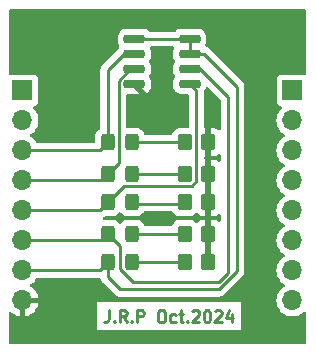
<source format=gtl>
%TF.GenerationSoftware,KiCad,Pcbnew,7.0.8*%
%TF.CreationDate,2024-10-03T16:47:23-07:00*%
%TF.ProjectId,lab6PCB,6c616236-5043-4422-9e6b-696361645f70,v01*%
%TF.SameCoordinates,Original*%
%TF.FileFunction,Copper,L1,Top*%
%TF.FilePolarity,Positive*%
%FSLAX46Y46*%
G04 Gerber Fmt 4.6, Leading zero omitted, Abs format (unit mm)*
G04 Created by KiCad (PCBNEW 7.0.8) date 2024-10-03 16:47:23*
%MOMM*%
%LPD*%
G01*
G04 APERTURE LIST*
G04 Aperture macros list*
%AMRoundRect*
0 Rectangle with rounded corners*
0 $1 Rounding radius*
0 $2 $3 $4 $5 $6 $7 $8 $9 X,Y pos of 4 corners*
0 Add a 4 corners polygon primitive as box body*
4,1,4,$2,$3,$4,$5,$6,$7,$8,$9,$2,$3,0*
0 Add four circle primitives for the rounded corners*
1,1,$1+$1,$2,$3*
1,1,$1+$1,$4,$5*
1,1,$1+$1,$6,$7*
1,1,$1+$1,$8,$9*
0 Add four rect primitives between the rounded corners*
20,1,$1+$1,$2,$3,$4,$5,0*
20,1,$1+$1,$4,$5,$6,$7,0*
20,1,$1+$1,$6,$7,$8,$9,0*
20,1,$1+$1,$8,$9,$2,$3,0*%
G04 Aperture macros list end*
%ADD10C,0.250000*%
%TA.AperFunction,NonConductor*%
%ADD11C,0.250000*%
%TD*%
%TA.AperFunction,SMDPad,CuDef*%
%ADD12RoundRect,0.180000X-0.710000X-0.180000X0.710000X-0.180000X0.710000X0.180000X-0.710000X0.180000X0*%
%TD*%
%TA.AperFunction,SMDPad,CuDef*%
%ADD13RoundRect,0.250000X-0.350000X-0.450000X0.350000X-0.450000X0.350000X0.450000X-0.350000X0.450000X0*%
%TD*%
%TA.AperFunction,ComponentPad*%
%ADD14R,1.700000X1.700000*%
%TD*%
%TA.AperFunction,ComponentPad*%
%ADD15O,1.700000X1.700000*%
%TD*%
%TA.AperFunction,SMDPad,CuDef*%
%ADD16RoundRect,0.250000X0.325000X0.450000X-0.325000X0.450000X-0.325000X-0.450000X0.325000X-0.450000X0*%
%TD*%
%TA.AperFunction,ViaPad*%
%ADD17C,0.800000*%
%TD*%
%TA.AperFunction,Conductor*%
%ADD18C,0.250000*%
%TD*%
G04 APERTURE END LIST*
D10*
D11*
X146738282Y-146819619D02*
X146738282Y-147533904D01*
X146738282Y-147533904D02*
X146690663Y-147676761D01*
X146690663Y-147676761D02*
X146595425Y-147772000D01*
X146595425Y-147772000D02*
X146452568Y-147819619D01*
X146452568Y-147819619D02*
X146357330Y-147819619D01*
X147214473Y-147724380D02*
X147262092Y-147772000D01*
X147262092Y-147772000D02*
X147214473Y-147819619D01*
X147214473Y-147819619D02*
X147166854Y-147772000D01*
X147166854Y-147772000D02*
X147214473Y-147724380D01*
X147214473Y-147724380D02*
X147214473Y-147819619D01*
X148262091Y-147819619D02*
X147928758Y-147343428D01*
X147690663Y-147819619D02*
X147690663Y-146819619D01*
X147690663Y-146819619D02*
X148071615Y-146819619D01*
X148071615Y-146819619D02*
X148166853Y-146867238D01*
X148166853Y-146867238D02*
X148214472Y-146914857D01*
X148214472Y-146914857D02*
X148262091Y-147010095D01*
X148262091Y-147010095D02*
X148262091Y-147152952D01*
X148262091Y-147152952D02*
X148214472Y-147248190D01*
X148214472Y-147248190D02*
X148166853Y-147295809D01*
X148166853Y-147295809D02*
X148071615Y-147343428D01*
X148071615Y-147343428D02*
X147690663Y-147343428D01*
X148690663Y-147724380D02*
X148738282Y-147772000D01*
X148738282Y-147772000D02*
X148690663Y-147819619D01*
X148690663Y-147819619D02*
X148643044Y-147772000D01*
X148643044Y-147772000D02*
X148690663Y-147724380D01*
X148690663Y-147724380D02*
X148690663Y-147819619D01*
X149166853Y-147819619D02*
X149166853Y-146819619D01*
X149166853Y-146819619D02*
X149547805Y-146819619D01*
X149547805Y-146819619D02*
X149643043Y-146867238D01*
X149643043Y-146867238D02*
X149690662Y-146914857D01*
X149690662Y-146914857D02*
X149738281Y-147010095D01*
X149738281Y-147010095D02*
X149738281Y-147152952D01*
X149738281Y-147152952D02*
X149690662Y-147248190D01*
X149690662Y-147248190D02*
X149643043Y-147295809D01*
X149643043Y-147295809D02*
X149547805Y-147343428D01*
X149547805Y-147343428D02*
X149166853Y-147343428D01*
X151119234Y-146819619D02*
X151309710Y-146819619D01*
X151309710Y-146819619D02*
X151404948Y-146867238D01*
X151404948Y-146867238D02*
X151500186Y-146962476D01*
X151500186Y-146962476D02*
X151547805Y-147152952D01*
X151547805Y-147152952D02*
X151547805Y-147486285D01*
X151547805Y-147486285D02*
X151500186Y-147676761D01*
X151500186Y-147676761D02*
X151404948Y-147772000D01*
X151404948Y-147772000D02*
X151309710Y-147819619D01*
X151309710Y-147819619D02*
X151119234Y-147819619D01*
X151119234Y-147819619D02*
X151023996Y-147772000D01*
X151023996Y-147772000D02*
X150928758Y-147676761D01*
X150928758Y-147676761D02*
X150881139Y-147486285D01*
X150881139Y-147486285D02*
X150881139Y-147152952D01*
X150881139Y-147152952D02*
X150928758Y-146962476D01*
X150928758Y-146962476D02*
X151023996Y-146867238D01*
X151023996Y-146867238D02*
X151119234Y-146819619D01*
X152404948Y-147772000D02*
X152309710Y-147819619D01*
X152309710Y-147819619D02*
X152119234Y-147819619D01*
X152119234Y-147819619D02*
X152023996Y-147772000D01*
X152023996Y-147772000D02*
X151976377Y-147724380D01*
X151976377Y-147724380D02*
X151928758Y-147629142D01*
X151928758Y-147629142D02*
X151928758Y-147343428D01*
X151928758Y-147343428D02*
X151976377Y-147248190D01*
X151976377Y-147248190D02*
X152023996Y-147200571D01*
X152023996Y-147200571D02*
X152119234Y-147152952D01*
X152119234Y-147152952D02*
X152309710Y-147152952D01*
X152309710Y-147152952D02*
X152404948Y-147200571D01*
X152690663Y-147152952D02*
X153071615Y-147152952D01*
X152833520Y-146819619D02*
X152833520Y-147676761D01*
X152833520Y-147676761D02*
X152881139Y-147772000D01*
X152881139Y-147772000D02*
X152976377Y-147819619D01*
X152976377Y-147819619D02*
X153071615Y-147819619D01*
X153404949Y-147724380D02*
X153452568Y-147772000D01*
X153452568Y-147772000D02*
X153404949Y-147819619D01*
X153404949Y-147819619D02*
X153357330Y-147772000D01*
X153357330Y-147772000D02*
X153404949Y-147724380D01*
X153404949Y-147724380D02*
X153404949Y-147819619D01*
X153833520Y-146914857D02*
X153881139Y-146867238D01*
X153881139Y-146867238D02*
X153976377Y-146819619D01*
X153976377Y-146819619D02*
X154214472Y-146819619D01*
X154214472Y-146819619D02*
X154309710Y-146867238D01*
X154309710Y-146867238D02*
X154357329Y-146914857D01*
X154357329Y-146914857D02*
X154404948Y-147010095D01*
X154404948Y-147010095D02*
X154404948Y-147105333D01*
X154404948Y-147105333D02*
X154357329Y-147248190D01*
X154357329Y-147248190D02*
X153785901Y-147819619D01*
X153785901Y-147819619D02*
X154404948Y-147819619D01*
X155023996Y-146819619D02*
X155119234Y-146819619D01*
X155119234Y-146819619D02*
X155214472Y-146867238D01*
X155214472Y-146867238D02*
X155262091Y-146914857D01*
X155262091Y-146914857D02*
X155309710Y-147010095D01*
X155309710Y-147010095D02*
X155357329Y-147200571D01*
X155357329Y-147200571D02*
X155357329Y-147438666D01*
X155357329Y-147438666D02*
X155309710Y-147629142D01*
X155309710Y-147629142D02*
X155262091Y-147724380D01*
X155262091Y-147724380D02*
X155214472Y-147772000D01*
X155214472Y-147772000D02*
X155119234Y-147819619D01*
X155119234Y-147819619D02*
X155023996Y-147819619D01*
X155023996Y-147819619D02*
X154928758Y-147772000D01*
X154928758Y-147772000D02*
X154881139Y-147724380D01*
X154881139Y-147724380D02*
X154833520Y-147629142D01*
X154833520Y-147629142D02*
X154785901Y-147438666D01*
X154785901Y-147438666D02*
X154785901Y-147200571D01*
X154785901Y-147200571D02*
X154833520Y-147010095D01*
X154833520Y-147010095D02*
X154881139Y-146914857D01*
X154881139Y-146914857D02*
X154928758Y-146867238D01*
X154928758Y-146867238D02*
X155023996Y-146819619D01*
X155738282Y-146914857D02*
X155785901Y-146867238D01*
X155785901Y-146867238D02*
X155881139Y-146819619D01*
X155881139Y-146819619D02*
X156119234Y-146819619D01*
X156119234Y-146819619D02*
X156214472Y-146867238D01*
X156214472Y-146867238D02*
X156262091Y-146914857D01*
X156262091Y-146914857D02*
X156309710Y-147010095D01*
X156309710Y-147010095D02*
X156309710Y-147105333D01*
X156309710Y-147105333D02*
X156262091Y-147248190D01*
X156262091Y-147248190D02*
X155690663Y-147819619D01*
X155690663Y-147819619D02*
X156309710Y-147819619D01*
X157166853Y-147152952D02*
X157166853Y-147819619D01*
X156928758Y-146772000D02*
X156690663Y-147486285D01*
X156690663Y-147486285D02*
X157309710Y-147486285D01*
D12*
%TO.P,U1,1,VDDD*%
%TO.N,+3.3V*%
X148917000Y-123849500D03*
%TO.P,U1,2,CE*%
%TO.N,/CS*%
X148917000Y-125119500D03*
%TO.P,U1,3,SCLK*%
%TO.N,/SCLK*%
X148917000Y-126389500D03*
%TO.P,U1,4,GND*%
%TO.N,GND*%
X148917000Y-127659500D03*
%TO.P,U1,5,SDO*%
%TO.N,/CIPO*%
X153597000Y-127659500D03*
%TO.P,U1,6,SDI*%
%TO.N,/COPI*%
X153597000Y-126389500D03*
%TO.P,U1,7,SERMODE*%
%TO.N,+3.3V*%
X153597000Y-125119500D03*
%TO.P,U1,8,VDDA*%
X153597000Y-123849500D03*
%TD*%
D13*
%TO.P,R5,2*%
%TO.N,GND*%
X155178000Y-137668000D03*
%TO.P,R5,1*%
%TO.N,Net-(D5-K)*%
X153178000Y-137668000D03*
%TD*%
%TO.P,R4,1*%
%TO.N,Net-(D4-K)*%
X153178000Y-140335000D03*
%TO.P,R4,2*%
%TO.N,GND*%
X155178000Y-140335000D03*
%TD*%
%TO.P,R3,1*%
%TO.N,Net-(D3-K)*%
X153178000Y-132588000D03*
%TO.P,R3,2*%
%TO.N,GND*%
X155178000Y-132588000D03*
%TD*%
%TO.P,R2,2*%
%TO.N,GND*%
X155178000Y-135255000D03*
%TO.P,R2,1*%
%TO.N,Net-(D2-K)*%
X153178000Y-135255000D03*
%TD*%
%TO.P,R1,2*%
%TO.N,GND*%
X155178000Y-142748000D03*
%TO.P,R1,1*%
%TO.N,Net-(D1-K)*%
X153178000Y-142748000D03*
%TD*%
D14*
%TO.P,J2,1,Pin_1*%
%TO.N,unconnected-(J2-Pin_1-Pad1)*%
X162306000Y-128209000D03*
D15*
%TO.P,J2,2,Pin_2*%
%TO.N,unconnected-(J2-Pin_2-Pad2)*%
X162306000Y-130749000D03*
%TO.P,J2,3,Pin_3*%
%TO.N,unconnected-(J2-Pin_3-Pad3)*%
X162306000Y-133289000D03*
%TO.P,J2,4,Pin_4*%
%TO.N,unconnected-(J2-Pin_4-Pad4)*%
X162306000Y-135829000D03*
%TO.P,J2,5,Pin_5*%
%TO.N,unconnected-(J2-Pin_5-Pad5)*%
X162306000Y-138369000D03*
%TO.P,J2,6,Pin_6*%
%TO.N,unconnected-(J2-Pin_6-Pad6)*%
X162306000Y-140909000D03*
%TO.P,J2,7,Pin_7*%
%TO.N,unconnected-(J2-Pin_7-Pad7)*%
X162306000Y-143449000D03*
%TO.P,J2,8,Pin_8*%
%TO.N,unconnected-(J2-Pin_8-Pad8)*%
X162306000Y-145989000D03*
%TD*%
D14*
%TO.P,J1,1,Pin_1*%
%TO.N,unconnected-(J1-Pin_1-Pad1)*%
X139446000Y-128209000D03*
D15*
%TO.P,J1,2,Pin_2*%
%TO.N,unconnected-(J1-Pin_2-Pad2)*%
X139446000Y-130749000D03*
%TO.P,J1,3,Pin_3*%
%TO.N,/CS*%
X139446000Y-133289000D03*
%TO.P,J1,4,Pin_4*%
%TO.N,/SCLK*%
X139446000Y-135829000D03*
%TO.P,J1,5,Pin_5*%
%TO.N,/CIPO*%
X139446000Y-138369000D03*
%TO.P,J1,6,Pin_6*%
%TO.N,/COPI*%
X139446000Y-140909000D03*
%TO.P,J1,7,Pin_7*%
%TO.N,+3.3V*%
X139446000Y-143449000D03*
%TO.P,J1,8,Pin_8*%
%TO.N,GND*%
X139446000Y-145989000D03*
%TD*%
D16*
%TO.P,D5,2,A*%
%TO.N,/CIPO*%
X146676000Y-137668000D03*
%TO.P,D5,1,K*%
%TO.N,Net-(D5-K)*%
X148726000Y-137668000D03*
%TD*%
%TO.P,D4,2,A*%
%TO.N,/COPI*%
X146676000Y-140335000D03*
%TO.P,D4,1,K*%
%TO.N,Net-(D4-K)*%
X148726000Y-140335000D03*
%TD*%
%TO.P,D3,2,A*%
%TO.N,/CS*%
X146676000Y-132588000D03*
%TO.P,D3,1,K*%
%TO.N,Net-(D3-K)*%
X148726000Y-132588000D03*
%TD*%
%TO.P,D2,2,A*%
%TO.N,/SCLK*%
X146676000Y-135255000D03*
%TO.P,D2,1,K*%
%TO.N,Net-(D2-K)*%
X148726000Y-135255000D03*
%TD*%
%TO.P,D1,1,K*%
%TO.N,Net-(D1-K)*%
X148726000Y-142748000D03*
%TO.P,D1,2,A*%
%TO.N,+3.3V*%
X146676000Y-142748000D03*
%TD*%
D17*
%TO.N,GND*%
X151384000Y-129921000D03*
X155575000Y-129921000D03*
%TD*%
D18*
%TO.N,GND*%
X151178500Y-129921000D02*
X151384000Y-129921000D01*
X148917000Y-127659500D02*
X151178500Y-129921000D01*
X155178000Y-130318000D02*
X155575000Y-129921000D01*
X155178000Y-132588000D02*
X155178000Y-130318000D01*
X155178000Y-135255000D02*
X155178000Y-132588000D01*
X155178000Y-137668000D02*
X155178000Y-135255000D01*
X155178000Y-137668000D02*
X155178000Y-140335000D01*
X155178000Y-142748000D02*
X155178000Y-140335000D01*
%TO.N,+3.3V*%
X157607000Y-127889000D02*
X157607000Y-143511396D01*
X157607000Y-143511396D02*
X156084396Y-145034000D01*
X156084396Y-145034000D02*
X147699604Y-145034000D01*
%TO.N,/COPI*%
X147701000Y-141360000D02*
X147701000Y-143311174D01*
X147701000Y-143311174D02*
X148788826Y-144399000D01*
X148788826Y-144399000D02*
X156083000Y-144399000D01*
%TO.N,+3.3V*%
X146676000Y-142748000D02*
X146676000Y-144010396D01*
X146676000Y-144010396D02*
X147699604Y-145034000D01*
X154837500Y-125119500D02*
X153597000Y-125119500D01*
X157607000Y-127889000D02*
X154837500Y-125119500D01*
%TO.N,/COPI*%
X156845000Y-143637000D02*
X156845000Y-128747500D01*
X156083000Y-144399000D02*
X156845000Y-143637000D01*
X146676000Y-140335000D02*
X147701000Y-141360000D01*
X156845000Y-128747500D02*
X154487000Y-126389500D01*
X154487000Y-126389500D02*
X153597000Y-126389500D01*
%TO.N,/CIPO*%
X146676000Y-137668000D02*
X148064000Y-136280000D01*
X153766174Y-136280000D02*
X154178000Y-135868174D01*
X148064000Y-136280000D02*
X153766174Y-136280000D01*
X154178000Y-135868174D02*
X154178000Y-128240500D01*
X154178000Y-128240500D02*
X153597000Y-127659500D01*
%TO.N,GND*%
X155178000Y-135255000D02*
X155201000Y-135232000D01*
%TO.N,/SCLK*%
X146676000Y-135255000D02*
X147576000Y-134355000D01*
X147576000Y-134355000D02*
X147576000Y-127396322D01*
X148582822Y-126389500D02*
X148917000Y-126389500D01*
X147576000Y-127396322D02*
X148582822Y-126389500D01*
%TO.N,/CS*%
X146676000Y-132588000D02*
X146676000Y-126470500D01*
X146676000Y-126470500D02*
X148027000Y-125119500D01*
X148027000Y-125119500D02*
X148917000Y-125119500D01*
%TO.N,+3.3V*%
X148917000Y-123849500D02*
X153597000Y-123849500D01*
X153597000Y-125119500D02*
X153597000Y-123849500D01*
X139446000Y-143449000D02*
X145975000Y-143449000D01*
X145975000Y-143449000D02*
X146676000Y-142748000D01*
%TO.N,/COPI*%
X139446000Y-140909000D02*
X146102000Y-140909000D01*
X146102000Y-140909000D02*
X146676000Y-140335000D01*
%TO.N,/CIPO*%
X139446000Y-138369000D02*
X145975000Y-138369000D01*
X145975000Y-138369000D02*
X146676000Y-137668000D01*
%TO.N,/SCLK*%
X139446000Y-135829000D02*
X146102000Y-135829000D01*
X146102000Y-135829000D02*
X146676000Y-135255000D01*
%TO.N,/CS*%
X139446000Y-133289000D02*
X145975000Y-133289000D01*
X145975000Y-133289000D02*
X146676000Y-132588000D01*
%TO.N,GND*%
X155201000Y-140312000D02*
X155178000Y-140335000D01*
X155178000Y-137772000D02*
X155201000Y-137795000D01*
%TO.N,Net-(D1-K)*%
X153178000Y-142748000D02*
X148726000Y-142748000D01*
%TO.N,Net-(D4-K)*%
X153178000Y-140335000D02*
X148726000Y-140335000D01*
%TO.N,Net-(D5-K)*%
X153201000Y-137795000D02*
X148726000Y-137795000D01*
%TO.N,Net-(D2-K)*%
X153178000Y-135255000D02*
X148726000Y-135255000D01*
%TO.N,Net-(D3-K)*%
X153201000Y-132588000D02*
X148726000Y-132588000D01*
%TD*%
%TA.AperFunction,Conductor*%
%TO.N,GND*%
G36*
X163391539Y-121356185D02*
G01*
X163437294Y-121408989D01*
X163448500Y-121460500D01*
X163448500Y-126755322D01*
X163428815Y-126822361D01*
X163376011Y-126868116D01*
X163306853Y-126878060D01*
X163281169Y-126871505D01*
X163263481Y-126864908D01*
X163263483Y-126864908D01*
X163203883Y-126858501D01*
X163203881Y-126858500D01*
X163203873Y-126858500D01*
X163203864Y-126858500D01*
X161408129Y-126858500D01*
X161408123Y-126858501D01*
X161348516Y-126864908D01*
X161213671Y-126915202D01*
X161213664Y-126915206D01*
X161098455Y-127001452D01*
X161098452Y-127001455D01*
X161012206Y-127116664D01*
X161012202Y-127116671D01*
X160961908Y-127251517D01*
X160955501Y-127311116D01*
X160955501Y-127311123D01*
X160955500Y-127311135D01*
X160955500Y-129106870D01*
X160955501Y-129106876D01*
X160961908Y-129166483D01*
X161012202Y-129301328D01*
X161012206Y-129301335D01*
X161098452Y-129416544D01*
X161098455Y-129416547D01*
X161213664Y-129502793D01*
X161213671Y-129502797D01*
X161345081Y-129551810D01*
X161401015Y-129593681D01*
X161425432Y-129659145D01*
X161410580Y-129727418D01*
X161389430Y-129755673D01*
X161267503Y-129877600D01*
X161131965Y-130071169D01*
X161131964Y-130071171D01*
X161032098Y-130285335D01*
X161032094Y-130285344D01*
X160970938Y-130513586D01*
X160970936Y-130513596D01*
X160950341Y-130748999D01*
X160950341Y-130749000D01*
X160970936Y-130984403D01*
X160970938Y-130984413D01*
X161032094Y-131212655D01*
X161032096Y-131212659D01*
X161032097Y-131212663D01*
X161108400Y-131376294D01*
X161131965Y-131426830D01*
X161131967Y-131426834D01*
X161267501Y-131620395D01*
X161267506Y-131620402D01*
X161434597Y-131787493D01*
X161434603Y-131787498D01*
X161620158Y-131917425D01*
X161663783Y-131972002D01*
X161670977Y-132041500D01*
X161639454Y-132103855D01*
X161620158Y-132120575D01*
X161434597Y-132250505D01*
X161267505Y-132417597D01*
X161131965Y-132611169D01*
X161131964Y-132611171D01*
X161032098Y-132825335D01*
X161032094Y-132825344D01*
X160970938Y-133053586D01*
X160970936Y-133053596D01*
X160950341Y-133288999D01*
X160950341Y-133289000D01*
X160970936Y-133524403D01*
X160970938Y-133524413D01*
X161032094Y-133752655D01*
X161032096Y-133752659D01*
X161032097Y-133752663D01*
X161131965Y-133966830D01*
X161131967Y-133966834D01*
X161201050Y-134065494D01*
X161267501Y-134160396D01*
X161267506Y-134160402D01*
X161434597Y-134327493D01*
X161434603Y-134327498D01*
X161620158Y-134457425D01*
X161663783Y-134512002D01*
X161670977Y-134581500D01*
X161639454Y-134643855D01*
X161620158Y-134660575D01*
X161434597Y-134790505D01*
X161267505Y-134957597D01*
X161131965Y-135151169D01*
X161131964Y-135151171D01*
X161032098Y-135365335D01*
X161032094Y-135365344D01*
X160970938Y-135593586D01*
X160970936Y-135593596D01*
X160950341Y-135828999D01*
X160950341Y-135829000D01*
X160970936Y-136064403D01*
X160970938Y-136064413D01*
X161032094Y-136292655D01*
X161032096Y-136292659D01*
X161032097Y-136292663D01*
X161063168Y-136359295D01*
X161131965Y-136506830D01*
X161131967Y-136506834D01*
X161223222Y-136637158D01*
X161267501Y-136700396D01*
X161267506Y-136700402D01*
X161434597Y-136867493D01*
X161434603Y-136867498D01*
X161620158Y-136997425D01*
X161663783Y-137052002D01*
X161670977Y-137121500D01*
X161639454Y-137183855D01*
X161620158Y-137200575D01*
X161434597Y-137330505D01*
X161267505Y-137497597D01*
X161131965Y-137691169D01*
X161131964Y-137691171D01*
X161032098Y-137905335D01*
X161032094Y-137905344D01*
X160970938Y-138133586D01*
X160970936Y-138133596D01*
X160950341Y-138368999D01*
X160950341Y-138369000D01*
X160970936Y-138604403D01*
X160970938Y-138604413D01*
X161032094Y-138832655D01*
X161032096Y-138832659D01*
X161032097Y-138832663D01*
X161131965Y-139046830D01*
X161131967Y-139046834D01*
X161201050Y-139145494D01*
X161267501Y-139240396D01*
X161267506Y-139240402D01*
X161434597Y-139407493D01*
X161434603Y-139407498D01*
X161620158Y-139537425D01*
X161663783Y-139592002D01*
X161670977Y-139661500D01*
X161639454Y-139723855D01*
X161620158Y-139740575D01*
X161434597Y-139870505D01*
X161267505Y-140037597D01*
X161131965Y-140231169D01*
X161131964Y-140231171D01*
X161032098Y-140445335D01*
X161032094Y-140445344D01*
X160970938Y-140673586D01*
X160970936Y-140673596D01*
X160950341Y-140908999D01*
X160950341Y-140909000D01*
X160970936Y-141144403D01*
X160970938Y-141144413D01*
X161032094Y-141372655D01*
X161032096Y-141372659D01*
X161032097Y-141372663D01*
X161085837Y-141487909D01*
X161131965Y-141586830D01*
X161131967Y-141586834D01*
X161223222Y-141717158D01*
X161267501Y-141780396D01*
X161267506Y-141780402D01*
X161434597Y-141947493D01*
X161434603Y-141947498D01*
X161620158Y-142077425D01*
X161663783Y-142132002D01*
X161670977Y-142201500D01*
X161639454Y-142263855D01*
X161620158Y-142280575D01*
X161434597Y-142410505D01*
X161267505Y-142577597D01*
X161131965Y-142771169D01*
X161131964Y-142771171D01*
X161032098Y-142985335D01*
X161032094Y-142985344D01*
X160970938Y-143213586D01*
X160970936Y-143213596D01*
X160950341Y-143448999D01*
X160950341Y-143449000D01*
X160970936Y-143684403D01*
X160970938Y-143684413D01*
X161032094Y-143912655D01*
X161032096Y-143912659D01*
X161032097Y-143912663D01*
X161073934Y-144002382D01*
X161131965Y-144126830D01*
X161131967Y-144126834D01*
X161225761Y-144260784D01*
X161267501Y-144320396D01*
X161267506Y-144320402D01*
X161434597Y-144487493D01*
X161434603Y-144487498D01*
X161620158Y-144617425D01*
X161663783Y-144672002D01*
X161670977Y-144741500D01*
X161639454Y-144803855D01*
X161620158Y-144820575D01*
X161434597Y-144950505D01*
X161267505Y-145117597D01*
X161131965Y-145311169D01*
X161131964Y-145311171D01*
X161032098Y-145525335D01*
X161032094Y-145525344D01*
X160970938Y-145753586D01*
X160970936Y-145753596D01*
X160950341Y-145988999D01*
X160950341Y-145989000D01*
X160970936Y-146224403D01*
X160970938Y-146224413D01*
X161032094Y-146452655D01*
X161032096Y-146452659D01*
X161032097Y-146452663D01*
X161131847Y-146666578D01*
X161131965Y-146666830D01*
X161131967Y-146666834D01*
X161240281Y-146821521D01*
X161267505Y-146860401D01*
X161434599Y-147027495D01*
X161473952Y-147055050D01*
X161628165Y-147163032D01*
X161628167Y-147163033D01*
X161628170Y-147163035D01*
X161842337Y-147262903D01*
X162070592Y-147324063D01*
X162258918Y-147340539D01*
X162305999Y-147344659D01*
X162306000Y-147344659D01*
X162306001Y-147344659D01*
X162345234Y-147341226D01*
X162541408Y-147324063D01*
X162769663Y-147262903D01*
X162983830Y-147163035D01*
X163177401Y-147027495D01*
X163236819Y-146968077D01*
X163298142Y-146934592D01*
X163367834Y-146939576D01*
X163423767Y-146981448D01*
X163448184Y-147046912D01*
X163448500Y-147055758D01*
X163448500Y-149557500D01*
X163428815Y-149624539D01*
X163376011Y-149670294D01*
X163324500Y-149681500D01*
X138427500Y-149681500D01*
X138360461Y-149661815D01*
X138314706Y-149609011D01*
X138303500Y-149557500D01*
X138303500Y-147055050D01*
X138323185Y-146988011D01*
X138375989Y-146942256D01*
X138445147Y-146932312D01*
X138508703Y-146961337D01*
X138515181Y-146967369D01*
X138574917Y-147027105D01*
X138768421Y-147162600D01*
X138982507Y-147262429D01*
X138982516Y-147262433D01*
X139196000Y-147319634D01*
X139196000Y-146424501D01*
X139303685Y-146473680D01*
X139410237Y-146489000D01*
X139481763Y-146489000D01*
X139588315Y-146473680D01*
X139696000Y-146424501D01*
X139696000Y-147319633D01*
X139909483Y-147262433D01*
X139909492Y-147262429D01*
X140123578Y-147162600D01*
X140317082Y-147027105D01*
X140484105Y-146860082D01*
X140619600Y-146666578D01*
X140719429Y-146452492D01*
X140719432Y-146452486D01*
X140776636Y-146239000D01*
X139879686Y-146239000D01*
X139905493Y-146198844D01*
X139921801Y-146143304D01*
X145727879Y-146143304D01*
X145727879Y-148450311D01*
X157939161Y-148450311D01*
X157939161Y-146143304D01*
X145727879Y-146143304D01*
X139921801Y-146143304D01*
X139946000Y-146060889D01*
X139946000Y-145917111D01*
X139905493Y-145779156D01*
X139879686Y-145739000D01*
X140776636Y-145739000D01*
X140776635Y-145738999D01*
X140719432Y-145525513D01*
X140719429Y-145525507D01*
X140619600Y-145311422D01*
X140619599Y-145311420D01*
X140484113Y-145117926D01*
X140484108Y-145117920D01*
X140317078Y-144950890D01*
X140131405Y-144820879D01*
X140087780Y-144766302D01*
X140080588Y-144696804D01*
X140112110Y-144634449D01*
X140131406Y-144617730D01*
X140277037Y-144515758D01*
X140317401Y-144487495D01*
X140484495Y-144320401D01*
X140619652Y-144127377D01*
X140674229Y-144083752D01*
X140721227Y-144074500D01*
X145892257Y-144074500D01*
X145907877Y-144076224D01*
X145907904Y-144075939D01*
X145915662Y-144076672D01*
X145915662Y-144076671D01*
X145915667Y-144076673D01*
X145941790Y-144075852D01*
X146009412Y-144093418D01*
X146056804Y-144144758D01*
X146062444Y-144159944D01*
X146062465Y-144159936D01*
X146082490Y-144210515D01*
X146084382Y-144216043D01*
X146097381Y-144260784D01*
X146107580Y-144278030D01*
X146116138Y-144295499D01*
X146123514Y-144314128D01*
X146150898Y-144351819D01*
X146154106Y-144356703D01*
X146177827Y-144396812D01*
X146177833Y-144396820D01*
X146191990Y-144410976D01*
X146204628Y-144425772D01*
X146216405Y-144441982D01*
X146216406Y-144441983D01*
X146252309Y-144471684D01*
X146256620Y-144475606D01*
X146731515Y-144950501D01*
X147198798Y-145417784D01*
X147208623Y-145430048D01*
X147208844Y-145429866D01*
X147213814Y-145435873D01*
X147213817Y-145435876D01*
X147213818Y-145435877D01*
X147264255Y-145483241D01*
X147285134Y-145504120D01*
X147290608Y-145508366D01*
X147295046Y-145512156D01*
X147329022Y-145544062D01*
X147329026Y-145544064D01*
X147346577Y-145553713D01*
X147362835Y-145564392D01*
X147378668Y-145576674D01*
X147400619Y-145586172D01*
X147421441Y-145595183D01*
X147426685Y-145597752D01*
X147467512Y-145620197D01*
X147486916Y-145625179D01*
X147505314Y-145631478D01*
X147523709Y-145639438D01*
X147569733Y-145646726D01*
X147575436Y-145647907D01*
X147620585Y-145659500D01*
X147640620Y-145659500D01*
X147660017Y-145661026D01*
X147679800Y-145664160D01*
X147726188Y-145659775D01*
X147732026Y-145659500D01*
X156001653Y-145659500D01*
X156017273Y-145661224D01*
X156017300Y-145660939D01*
X156025056Y-145661671D01*
X156025063Y-145661673D01*
X156094210Y-145659500D01*
X156123746Y-145659500D01*
X156130624Y-145658630D01*
X156136437Y-145658172D01*
X156183023Y-145656709D01*
X156202265Y-145651117D01*
X156221308Y-145647174D01*
X156241188Y-145644664D01*
X156284518Y-145627507D01*
X156290042Y-145625617D01*
X156293792Y-145624527D01*
X156334786Y-145612618D01*
X156352025Y-145602422D01*
X156369499Y-145593862D01*
X156388123Y-145586488D01*
X156388123Y-145586487D01*
X156388128Y-145586486D01*
X156425845Y-145559082D01*
X156430701Y-145555892D01*
X156470816Y-145532170D01*
X156484985Y-145517999D01*
X156499775Y-145505368D01*
X156515983Y-145493594D01*
X156545695Y-145457676D01*
X156549608Y-145453376D01*
X157990787Y-144012198D01*
X158003042Y-144002382D01*
X158002859Y-144002160D01*
X158008866Y-143997188D01*
X158008877Y-143997182D01*
X158039775Y-143964278D01*
X158056227Y-143946760D01*
X158066671Y-143936314D01*
X158077120Y-143925867D01*
X158081379Y-143920374D01*
X158085152Y-143915957D01*
X158117062Y-143881978D01*
X158126713Y-143864420D01*
X158137396Y-143848157D01*
X158149673Y-143832332D01*
X158168185Y-143789549D01*
X158170738Y-143784337D01*
X158193197Y-143743488D01*
X158198180Y-143724076D01*
X158204481Y-143705676D01*
X158212437Y-143687292D01*
X158219729Y-143641248D01*
X158220906Y-143635567D01*
X158232500Y-143590415D01*
X158232500Y-143570379D01*
X158234027Y-143550978D01*
X158237160Y-143531200D01*
X158232775Y-143484811D01*
X158232500Y-143478973D01*
X158232500Y-127971737D01*
X158234224Y-127956123D01*
X158233938Y-127956096D01*
X158234672Y-127948333D01*
X158232500Y-127879202D01*
X158232500Y-127849651D01*
X158232500Y-127849650D01*
X158231629Y-127842759D01*
X158231172Y-127836945D01*
X158229709Y-127790374D01*
X158229709Y-127790372D01*
X158224120Y-127771137D01*
X158220174Y-127752084D01*
X158217664Y-127732208D01*
X158200501Y-127688859D01*
X158198614Y-127683346D01*
X158190498Y-127655412D01*
X158185617Y-127638610D01*
X158175421Y-127621369D01*
X158166860Y-127603893D01*
X158159486Y-127585269D01*
X158159486Y-127585267D01*
X158149474Y-127571488D01*
X158132083Y-127547550D01*
X158128900Y-127542705D01*
X158105170Y-127502579D01*
X158105165Y-127502573D01*
X158091005Y-127488413D01*
X158078370Y-127473620D01*
X158066593Y-127457412D01*
X158030693Y-127427713D01*
X158026381Y-127423790D01*
X155338303Y-124735712D01*
X155328480Y-124723450D01*
X155328259Y-124723634D01*
X155323286Y-124717623D01*
X155316785Y-124711518D01*
X155272864Y-124670273D01*
X155260751Y-124658160D01*
X155251975Y-124649383D01*
X155246486Y-124645125D01*
X155242061Y-124641347D01*
X155208082Y-124609438D01*
X155208080Y-124609436D01*
X155208077Y-124609435D01*
X155190529Y-124599788D01*
X155174263Y-124589104D01*
X155158433Y-124576825D01*
X155115668Y-124558318D01*
X155110422Y-124555748D01*
X155069593Y-124533303D01*
X155069592Y-124533302D01*
X155050193Y-124528322D01*
X155031781Y-124522018D01*
X155013398Y-124514062D01*
X155013394Y-124514061D01*
X155009188Y-124513395D01*
X155006159Y-124511959D01*
X155005904Y-124511885D01*
X155005915Y-124511843D01*
X154946054Y-124483464D01*
X154909124Y-124424151D01*
X154910124Y-124354289D01*
X154922469Y-124326777D01*
X154932106Y-124310837D01*
X154981269Y-124153064D01*
X154987500Y-124084498D01*
X154987500Y-123614502D01*
X154981269Y-123545936D01*
X154932106Y-123388163D01*
X154932105Y-123388161D01*
X154846617Y-123246745D01*
X154846613Y-123246740D01*
X154729759Y-123129886D01*
X154729754Y-123129882D01*
X154588338Y-123044394D01*
X154535746Y-123028006D01*
X154430564Y-122995231D01*
X154361998Y-122989000D01*
X152832002Y-122989000D01*
X152763436Y-122995231D01*
X152710845Y-123011618D01*
X152605661Y-123044394D01*
X152464245Y-123129882D01*
X152464240Y-123129886D01*
X152406446Y-123187681D01*
X152345123Y-123221166D01*
X152318765Y-123224000D01*
X150195235Y-123224000D01*
X150128196Y-123204315D01*
X150107554Y-123187681D01*
X150049759Y-123129886D01*
X150049754Y-123129882D01*
X149908338Y-123044394D01*
X149855746Y-123028006D01*
X149750564Y-122995231D01*
X149681998Y-122989000D01*
X148152002Y-122989000D01*
X148083436Y-122995231D01*
X148030845Y-123011618D01*
X147925661Y-123044394D01*
X147784245Y-123129882D01*
X147784240Y-123129886D01*
X147667386Y-123246740D01*
X147667382Y-123246745D01*
X147581894Y-123388161D01*
X147549118Y-123493345D01*
X147532731Y-123545936D01*
X147526500Y-123614502D01*
X147526500Y-124084498D01*
X147532731Y-124153064D01*
X147565506Y-124258246D01*
X147581894Y-124310838D01*
X147648096Y-124420351D01*
X147665932Y-124487906D01*
X147648096Y-124548649D01*
X147581895Y-124658160D01*
X147581893Y-124658163D01*
X147581094Y-124660730D01*
X147579703Y-124663030D01*
X147578814Y-124665006D01*
X147578574Y-124664898D01*
X147550390Y-124711518D01*
X146292208Y-125969699D01*
X146279951Y-125979520D01*
X146280134Y-125979741D01*
X146274123Y-125984713D01*
X146226772Y-126035136D01*
X146205889Y-126056019D01*
X146205877Y-126056032D01*
X146201621Y-126061517D01*
X146197837Y-126065947D01*
X146165937Y-126099918D01*
X146165936Y-126099920D01*
X146156284Y-126117476D01*
X146145610Y-126133726D01*
X146133329Y-126149561D01*
X146133324Y-126149568D01*
X146114815Y-126192338D01*
X146112245Y-126197584D01*
X146089803Y-126238406D01*
X146084822Y-126257807D01*
X146078521Y-126276210D01*
X146070562Y-126294602D01*
X146070561Y-126294605D01*
X146063271Y-126340627D01*
X146062087Y-126346346D01*
X146050501Y-126391472D01*
X146050500Y-126391482D01*
X146050500Y-126411516D01*
X146048973Y-126430915D01*
X146045840Y-126450694D01*
X146045840Y-126450695D01*
X146050225Y-126497083D01*
X146050500Y-126502921D01*
X146050500Y-131372362D01*
X146030815Y-131439401D01*
X145991598Y-131477899D01*
X145923288Y-131520033D01*
X145882342Y-131545289D01*
X145758289Y-131669342D01*
X145666187Y-131818663D01*
X145666186Y-131818666D01*
X145611001Y-131985203D01*
X145611001Y-131985204D01*
X145611000Y-131985204D01*
X145600500Y-132087983D01*
X145600500Y-132087991D01*
X145600500Y-132344979D01*
X145600501Y-132539500D01*
X145580817Y-132606539D01*
X145528013Y-132652294D01*
X145476501Y-132663500D01*
X140721227Y-132663500D01*
X140654188Y-132643815D01*
X140619652Y-132610623D01*
X140484494Y-132417597D01*
X140317402Y-132250506D01*
X140317396Y-132250501D01*
X140131842Y-132120575D01*
X140088217Y-132065998D01*
X140081023Y-131996500D01*
X140112546Y-131934145D01*
X140131842Y-131917425D01*
X140170993Y-131890011D01*
X140317401Y-131787495D01*
X140484495Y-131620401D01*
X140620035Y-131426830D01*
X140719903Y-131212663D01*
X140781063Y-130984408D01*
X140801659Y-130749000D01*
X140781063Y-130513592D01*
X140719903Y-130285337D01*
X140620035Y-130071171D01*
X140484495Y-129877599D01*
X140362567Y-129755671D01*
X140329084Y-129694351D01*
X140334068Y-129624659D01*
X140375939Y-129568725D01*
X140406915Y-129551810D01*
X140538331Y-129502796D01*
X140653546Y-129416546D01*
X140739796Y-129301331D01*
X140790091Y-129166483D01*
X140796500Y-129106873D01*
X140796499Y-127311128D01*
X140790091Y-127251517D01*
X140789525Y-127250000D01*
X140739797Y-127116671D01*
X140739793Y-127116664D01*
X140653547Y-127001455D01*
X140653544Y-127001452D01*
X140538335Y-126915206D01*
X140538328Y-126915202D01*
X140403482Y-126864908D01*
X140403483Y-126864908D01*
X140343883Y-126858501D01*
X140343881Y-126858500D01*
X140343873Y-126858500D01*
X140343864Y-126858500D01*
X138548129Y-126858500D01*
X138548123Y-126858501D01*
X138488517Y-126864908D01*
X138470831Y-126871505D01*
X138401139Y-126876488D01*
X138339817Y-126843001D01*
X138306333Y-126781677D01*
X138303500Y-126755322D01*
X138303500Y-121460500D01*
X138323185Y-121393461D01*
X138375989Y-121347706D01*
X138427500Y-121336500D01*
X163324500Y-121336500D01*
X163391539Y-121356185D01*
G37*
%TD.AperFunction*%
%TA.AperFunction,Conductor*%
G36*
X155138250Y-127935409D02*
G01*
X155172569Y-127959659D01*
X156183181Y-128970271D01*
X156216666Y-129031594D01*
X156219500Y-129057952D01*
X156219500Y-131469477D01*
X156199815Y-131536516D01*
X156147011Y-131582271D01*
X156077853Y-131592215D01*
X156014297Y-131563190D01*
X156007819Y-131557158D01*
X155996345Y-131545684D01*
X155847124Y-131453643D01*
X155847119Y-131453641D01*
X155680697Y-131398494D01*
X155680690Y-131398493D01*
X155577986Y-131388000D01*
X155428000Y-131388000D01*
X155428000Y-133787999D01*
X155577972Y-133787999D01*
X155577986Y-133787998D01*
X155680697Y-133777505D01*
X155847119Y-133722358D01*
X155847124Y-133722356D01*
X155996345Y-133630315D01*
X156007819Y-133618842D01*
X156069142Y-133585357D01*
X156138834Y-133590341D01*
X156194767Y-133632213D01*
X156219184Y-133697677D01*
X156219500Y-133706523D01*
X156219500Y-134136477D01*
X156199815Y-134203516D01*
X156147011Y-134249271D01*
X156077853Y-134259215D01*
X156014297Y-134230190D01*
X156007819Y-134224158D01*
X155996345Y-134212684D01*
X155847124Y-134120643D01*
X155847119Y-134120641D01*
X155680697Y-134065494D01*
X155680690Y-134065493D01*
X155577986Y-134055000D01*
X155428000Y-134055000D01*
X155428000Y-138867999D01*
X155577972Y-138867999D01*
X155577986Y-138867998D01*
X155680697Y-138857505D01*
X155847119Y-138802358D01*
X155847124Y-138802356D01*
X155996345Y-138710315D01*
X156007819Y-138698842D01*
X156069142Y-138665357D01*
X156138834Y-138670341D01*
X156194767Y-138712213D01*
X156219184Y-138777677D01*
X156219500Y-138786523D01*
X156219500Y-139216477D01*
X156199815Y-139283516D01*
X156147011Y-139329271D01*
X156077853Y-139339215D01*
X156014297Y-139310190D01*
X156007819Y-139304158D01*
X155996345Y-139292684D01*
X155847124Y-139200643D01*
X155847119Y-139200641D01*
X155680697Y-139145494D01*
X155680690Y-139145493D01*
X155577986Y-139135000D01*
X155428000Y-139135000D01*
X155428000Y-142874000D01*
X155408315Y-142941039D01*
X155355511Y-142986794D01*
X155304000Y-142998000D01*
X155052000Y-142998000D01*
X154984961Y-142978315D01*
X154939206Y-142925511D01*
X154928000Y-142874000D01*
X154928000Y-139135000D01*
X154778027Y-139135000D01*
X154778012Y-139135001D01*
X154675302Y-139145494D01*
X154508880Y-139200641D01*
X154508875Y-139200643D01*
X154359657Y-139292682D01*
X154266034Y-139386305D01*
X154204710Y-139419789D01*
X154135019Y-139414805D01*
X154090672Y-139386304D01*
X153996657Y-139292289D01*
X153996656Y-139292288D01*
X153847334Y-139200186D01*
X153680797Y-139145001D01*
X153680795Y-139145000D01*
X153578010Y-139134500D01*
X152777998Y-139134500D01*
X152777980Y-139134501D01*
X152675203Y-139145000D01*
X152675200Y-139145001D01*
X152508668Y-139200185D01*
X152508663Y-139200187D01*
X152359342Y-139292289D01*
X152235289Y-139416342D01*
X152143187Y-139565663D01*
X152143186Y-139565666D01*
X152126342Y-139616500D01*
X152123689Y-139624505D01*
X152083916Y-139681949D01*
X152019400Y-139708772D01*
X152005983Y-139709500D01*
X149873017Y-139709500D01*
X149805978Y-139689815D01*
X149760223Y-139637011D01*
X149755311Y-139624505D01*
X149735814Y-139565666D01*
X149643712Y-139416344D01*
X149519656Y-139292288D01*
X149370334Y-139200186D01*
X149203797Y-139145001D01*
X149203795Y-139145000D01*
X149101010Y-139134500D01*
X148350998Y-139134500D01*
X148350980Y-139134501D01*
X148248203Y-139145000D01*
X148248200Y-139145001D01*
X148081668Y-139200185D01*
X148081663Y-139200187D01*
X147932342Y-139292289D01*
X147808285Y-139416346D01*
X147806537Y-139419182D01*
X147804829Y-139420717D01*
X147803807Y-139422011D01*
X147803585Y-139421836D01*
X147754589Y-139465905D01*
X147685626Y-139477126D01*
X147621544Y-139449282D01*
X147595463Y-139419182D01*
X147593714Y-139416346D01*
X147469657Y-139292289D01*
X147469656Y-139292288D01*
X147320334Y-139200186D01*
X147153797Y-139145001D01*
X147153795Y-139145000D01*
X147051016Y-139134500D01*
X146367174Y-139134500D01*
X146300135Y-139114815D01*
X146254380Y-139062011D01*
X146244436Y-138992853D01*
X146273461Y-138929297D01*
X146294283Y-138910186D01*
X146316440Y-138894088D01*
X146321315Y-138890887D01*
X146329978Y-138885765D01*
X146393095Y-138868499D01*
X147051002Y-138868499D01*
X147051008Y-138868499D01*
X147153797Y-138857999D01*
X147320334Y-138802814D01*
X147469656Y-138710712D01*
X147593712Y-138586656D01*
X147595461Y-138583819D01*
X147597169Y-138582283D01*
X147598193Y-138580989D01*
X147598414Y-138581163D01*
X147647406Y-138537096D01*
X147716368Y-138525872D01*
X147780451Y-138553713D01*
X147806537Y-138583817D01*
X147808288Y-138586656D01*
X147932344Y-138710712D01*
X148081666Y-138802814D01*
X148248203Y-138857999D01*
X148350991Y-138868500D01*
X149101008Y-138868499D01*
X149101016Y-138868498D01*
X149101019Y-138868498D01*
X149157302Y-138862748D01*
X149203797Y-138857999D01*
X149370334Y-138802814D01*
X149519656Y-138710712D01*
X149643712Y-138586656D01*
X149709865Y-138479403D01*
X149761813Y-138432679D01*
X149815404Y-138420500D01*
X152063596Y-138420500D01*
X152130635Y-138440185D01*
X152169135Y-138479404D01*
X152233162Y-138583210D01*
X152235288Y-138586656D01*
X152359344Y-138710712D01*
X152508666Y-138802814D01*
X152675203Y-138857999D01*
X152777991Y-138868500D01*
X153578008Y-138868499D01*
X153578016Y-138868498D01*
X153578019Y-138868498D01*
X153634302Y-138862748D01*
X153680797Y-138857999D01*
X153847334Y-138802814D01*
X153996656Y-138710712D01*
X154090675Y-138616692D01*
X154151994Y-138583210D01*
X154221686Y-138588194D01*
X154266034Y-138616695D01*
X154359654Y-138710315D01*
X154508875Y-138802356D01*
X154508880Y-138802358D01*
X154675302Y-138857505D01*
X154675309Y-138857506D01*
X154778019Y-138867999D01*
X154927999Y-138867999D01*
X154928000Y-138867998D01*
X154928000Y-134055000D01*
X154927500Y-134055000D01*
X154860461Y-134035315D01*
X154814706Y-133982511D01*
X154803500Y-133931000D01*
X154803500Y-133911999D01*
X154823185Y-133844960D01*
X154875989Y-133799205D01*
X154927500Y-133787999D01*
X154928000Y-133787999D01*
X154928000Y-131388000D01*
X154927500Y-131388000D01*
X154860461Y-131368315D01*
X154814706Y-131315511D01*
X154803500Y-131264000D01*
X154803500Y-128356734D01*
X154823185Y-128289695D01*
X154839814Y-128269058D01*
X154846613Y-128262260D01*
X154932106Y-128120837D01*
X154966503Y-128010448D01*
X155005239Y-127952303D01*
X155069264Y-127924328D01*
X155138250Y-127935409D01*
G37*
%TD.AperFunction*%
%TA.AperFunction,Conductor*%
G36*
X152219802Y-124494685D02*
G01*
X152265557Y-124547489D01*
X152275501Y-124616647D01*
X152263362Y-124650599D01*
X152264972Y-124651324D01*
X152261895Y-124658160D01*
X152261894Y-124658162D01*
X152261894Y-124658163D01*
X152212731Y-124815936D01*
X152206500Y-124884502D01*
X152206500Y-125354498D01*
X152212731Y-125423064D01*
X152245506Y-125528246D01*
X152261894Y-125580838D01*
X152328096Y-125690351D01*
X152345932Y-125757906D01*
X152328096Y-125818649D01*
X152261894Y-125928161D01*
X152244272Y-125984714D01*
X152212731Y-126085936D01*
X152206500Y-126154502D01*
X152206500Y-126624498D01*
X152212731Y-126693064D01*
X152224113Y-126729590D01*
X152261894Y-126850838D01*
X152328096Y-126960351D01*
X152345932Y-127027906D01*
X152328096Y-127088649D01*
X152261894Y-127198161D01*
X152229118Y-127303345D01*
X152212731Y-127355936D01*
X152206500Y-127424502D01*
X152206500Y-127894498D01*
X152212731Y-127963064D01*
X152215434Y-127971737D01*
X152261894Y-128120838D01*
X152347382Y-128262254D01*
X152347386Y-128262259D01*
X152464240Y-128379113D01*
X152464245Y-128379117D01*
X152605661Y-128464605D01*
X152605663Y-128464606D01*
X152763436Y-128513769D01*
X152832002Y-128520000D01*
X153428500Y-128520000D01*
X153495539Y-128539685D01*
X153541294Y-128592489D01*
X153552500Y-128644000D01*
X153552500Y-131263500D01*
X153532815Y-131330539D01*
X153480011Y-131376294D01*
X153428500Y-131387500D01*
X152777998Y-131387500D01*
X152777980Y-131387501D01*
X152675203Y-131398000D01*
X152675200Y-131398001D01*
X152508668Y-131453185D01*
X152508663Y-131453187D01*
X152359342Y-131545289D01*
X152235289Y-131669342D01*
X152143187Y-131818663D01*
X152143186Y-131818666D01*
X152123689Y-131877505D01*
X152083916Y-131934949D01*
X152019400Y-131961772D01*
X152005983Y-131962500D01*
X149873017Y-131962500D01*
X149805978Y-131942815D01*
X149760223Y-131890011D01*
X149755311Y-131877505D01*
X149735814Y-131818666D01*
X149643712Y-131669344D01*
X149519656Y-131545288D01*
X149370334Y-131453186D01*
X149203797Y-131398001D01*
X149203795Y-131398000D01*
X149101010Y-131387500D01*
X148350998Y-131387500D01*
X148350989Y-131387501D01*
X148338097Y-131388818D01*
X148269404Y-131376045D01*
X148218522Y-131328162D01*
X148201500Y-131265459D01*
X148201500Y-128643500D01*
X148221185Y-128576461D01*
X148273989Y-128530706D01*
X148325500Y-128519500D01*
X149423447Y-128519500D01*
X149423447Y-128519499D01*
X148651128Y-127747180D01*
X148617643Y-127685857D01*
X148622627Y-127616165D01*
X148651128Y-127571818D01*
X148829319Y-127393628D01*
X148890642Y-127360143D01*
X148960334Y-127365127D01*
X149004681Y-127393628D01*
X150012253Y-128401200D01*
X150012255Y-128401201D01*
X150049443Y-128378720D01*
X150049448Y-128378716D01*
X150166216Y-128261948D01*
X150166219Y-128261944D01*
X150251645Y-128120631D01*
X150251648Y-128120623D01*
X150300773Y-127962975D01*
X150307000Y-127894455D01*
X150307000Y-127424544D01*
X150300773Y-127356024D01*
X150251648Y-127198376D01*
X150251646Y-127198372D01*
X150185610Y-127089133D01*
X150167774Y-127021578D01*
X150185608Y-126960836D01*
X150252106Y-126850837D01*
X150301269Y-126693064D01*
X150307500Y-126624498D01*
X150307500Y-126154502D01*
X150301269Y-126085936D01*
X150252106Y-125928163D01*
X150185902Y-125818649D01*
X150168067Y-125751095D01*
X150185903Y-125690350D01*
X150252106Y-125580837D01*
X150301269Y-125423064D01*
X150307500Y-125354498D01*
X150307500Y-124884502D01*
X150301269Y-124815936D01*
X150252106Y-124658163D01*
X150252103Y-124658158D01*
X150249028Y-124651324D01*
X150251685Y-124650127D01*
X150237283Y-124595616D01*
X150258790Y-124529139D01*
X150312823Y-124484842D01*
X150361237Y-124475000D01*
X152152763Y-124475000D01*
X152219802Y-124494685D01*
G37*
%TD.AperFunction*%
%TD*%
M02*

</source>
